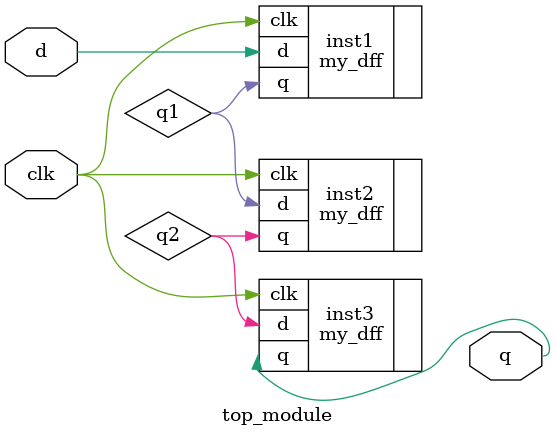
<source format=v>
module top_module ( input clk, input d, output q );
    wire q1;
    wire q2;
    my_dff inst1(
        .clk(clk),
        .d(d),
        .q(q1)
    );
    my_dff inst2(  
        .clk(clk),
        .d(q1),
        .q(q2)
    );
    my_dff inst3(
        .clk(clk),
        .d(q2),
        .q(q)
    );
endmodule

</source>
